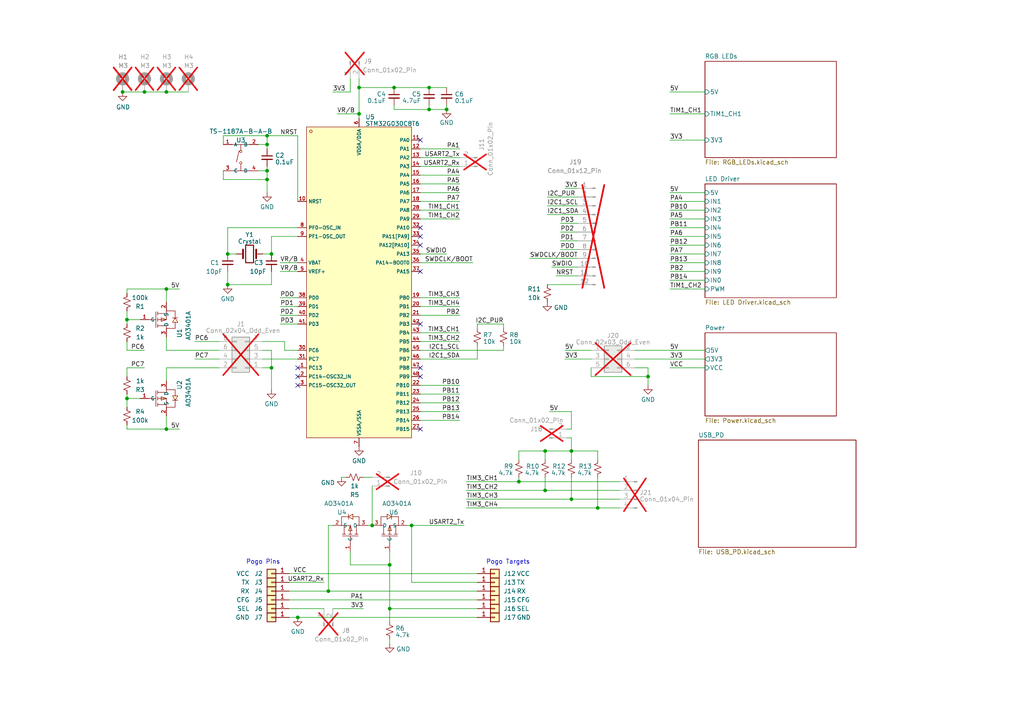
<source format=kicad_sch>
(kicad_sch (version 20230121) (generator eeschema)
  (paper "A4")
  (lib_symbols
    (symbol "Connector:Conn_01x02_Pin" (pin_names (offset 1.016) hide)
      (property "Reference" "J" (at 0 2.54 0))
      (property "Value" "Conn_01x02_Pin" (at 0 -5.08 0))
      (symbol "Conn_01x02_Pin_1_1"
        (pin passive line (at 5.08 0 180) (length 3.81) (name "Pin_1") (number "1"))
        (pin passive line (at 5.08 -2.54 180) (length 3.81) (name "Pin_2") (number "2"))
      )
    )
    (symbol "Connector:Conn_01x04_Pin" (pin_names (offset 1.016) hide)
      (property "Reference" "J" (at 0 5.08 0))
      (property "Value" "Conn_01x04_Pin" (at 0 -7.62 0))
      (symbol "Conn_01x04_Pin_1_1"
        (pin passive line (at 5.08 2.54 180) (length 3.81) (name "Pin_1") (number "1"))
        (pin passive line (at 5.08 0 180) (length 3.81) (name "Pin_2") (number "2"))
        (pin passive line (at 5.08 -2.54 180) (length 3.81) (name "Pin_3") (number "3"))
        (pin passive line (at 5.08 -5.08 180) (length 3.81) (name "Pin_4") (number "4"))
      )
    )
    (symbol "Connector:Conn_01x12_Pin" (pin_names (offset 1.016) hide)
      (property "Reference" "J" (at 0 15.24 0))
      (property "Value" "Conn_01x12_Pin" (at 0 -17.78 0))
      (symbol "Conn_01x12_Pin_1_1"
        (pin passive line (at 5.08 12.7 180) (length 3.81) (name "Pin_1") (number "1"))
        (pin passive line (at 5.08 -10.16 180) (length 3.81) (name "Pin_10") (number "10"))
        (pin passive line (at 5.08 -12.7 180) (length 3.81) (name "Pin_11") (number "11"))
        (pin passive line (at 5.08 -15.24 180) (length 3.81) (name "Pin_12") (number "12"))
        (pin passive line (at 5.08 10.16 180) (length 3.81) (name "Pin_2") (number "2"))
        (pin passive line (at 5.08 7.62 180) (length 3.81) (name "Pin_3") (number "3"))
        (pin passive line (at 5.08 5.08 180) (length 3.81) (name "Pin_4") (number "4"))
        (pin passive line (at 5.08 2.54 180) (length 3.81) (name "Pin_5") (number "5"))
        (pin passive line (at 5.08 0 180) (length 3.81) (name "Pin_6") (number "6"))
        (pin passive line (at 5.08 -2.54 180) (length 3.81) (name "Pin_7") (number "7"))
        (pin passive line (at 5.08 -5.08 180) (length 3.81) (name "Pin_8") (number "8"))
        (pin passive line (at 5.08 -7.62 180) (length 3.81) (name "Pin_9") (number "9"))
      )
    )
    (symbol "Connector_Generic:Conn_01x01" (pin_names (offset 1.016) hide)
      (property "Reference" "J" (at 0 2.54 0))
      (property "Value" "Conn_01x01" (at 0 -2.54 0))
      (symbol "Conn_01x01_1_1"
        (pin passive line (at -5.08 0 0) (length 3.81) (name "Pin_1") (number "1"))
      )
    )
    (symbol "Connector_Generic:Conn_02x03_Odd_Even" (pin_names (offset 1.016) hide)
      (property "Reference" "J" (at 1.27 5.08 0))
      (property "Value" "Conn_02x03_Odd_Even" (at 1.27 -5.08 0))
      (symbol "Conn_02x03_Odd_Even_1_1"
        (pin passive line (at -5.08 2.54 0) (length 3.81) (name "Pin_1") (number "1"))
        (pin passive line (at 7.62 2.54 180) (length 3.81) (name "Pin_2") (number "2"))
        (pin passive line (at -5.08 0 0) (length 3.81) (name "Pin_3") (number "3"))
        (pin passive line (at 7.62 0 180) (length 3.81) (name "Pin_4") (number "4"))
        (pin passive line (at -5.08 -2.54 0) (length 3.81) (name "Pin_5") (number "5"))
        (pin passive line (at 7.62 -2.54 180) (length 3.81) (name "Pin_6") (number "6"))
      )
    )
    (symbol "Connector_Generic:Conn_02x04_Odd_Even" (pin_names (offset 1.016) hide)
      (property "Reference" "J" (at 1.27 5.08 0))
      (property "Value" "Conn_02x04_Odd_Even" (at 1.27 -7.62 0))
      (symbol "Conn_02x04_Odd_Even_1_1"
        (pin passive line (at -5.08 2.54 0) (length 3.81) (name "Pin_1") (number "1"))
        (pin passive line (at 7.62 2.54 180) (length 3.81) (name "Pin_2") (number "2"))
        (pin passive line (at -5.08 0 0) (length 3.81) (name "Pin_3") (number "3"))
        (pin passive line (at 7.62 0 180) (length 3.81) (name "Pin_4") (number "4"))
        (pin passive line (at -5.08 -2.54 0) (length 3.81) (name "Pin_5") (number "5"))
        (pin passive line (at 7.62 -2.54 180) (length 3.81) (name "Pin_6") (number "6"))
        (pin passive line (at -5.08 -5.08 0) (length 3.81) (name "Pin_7") (number "7"))
        (pin passive line (at 7.62 -5.08 180) (length 3.81) (name "Pin_8") (number "8"))
      )
    )
    (symbol "Device:C_Small" (pin_numbers hide) (pin_names (offset 0.254) hide)
      (property "Reference" "C" (at 0.254 1.778 0))
      (property "Value" "C_Small" (at 0.254 -2.032 0))
      (symbol "C_Small_1_1"
        (pin passive line (at 0 2.54 270) (length 2.032) (name "~") (number "1"))
        (pin passive line (at 0 -2.54 90) (length 2.032) (name "~") (number "2"))
      )
    )
    (symbol "Device:Crystal" (pin_numbers hide) (pin_names (offset 1.016) hide)
      (property "Reference" "Y" (at 0 3.81 0))
      (property "Value" "Crystal" (at 0 -3.81 0))
      (symbol "Crystal_1_1"
        (pin passive line (at -3.81 0 0) (length 1.27) (name "1") (number "1"))
        (pin passive line (at 3.81 0 180) (length 1.27) (name "2") (number "2"))
      )
    )
    (symbol "Device:R_Small_US" (pin_numbers hide) (pin_names (offset 0.254) hide)
      (property "Reference" "R" (at 0.762 0.508 0))
      (property "Value" "R_Small_US" (at 0.762 -1.016 0))
      (symbol "R_Small_US_1_1"
        (pin passive line (at 0 2.54 270) (length 1.016) (name "~") (number "1"))
        (pin passive line (at 0 -2.54 90) (length 1.016) (name "~") (number "2"))
      )
    )
    (symbol "EEE4022S:AO3401A"
      (property "Reference" "U" (at 0 1.27 0))
      (property "Value" "AO3401A" (at 0 -2.54 0))
      (symbol "AO3401A_0_1"
        (pin unspecified line (at -5.08 0 0) (length 2.54) (name "G") (number "1"))
        (pin unspecified line (at 2.54 -5.08 90) (length 2.54) (name "S") (number "2"))
        (pin unspecified line (at 2.54 5.08 270) (length 2.54) (name "D") (number "3"))
      )
    )
    (symbol "EEE4022S:STM32G030C8T6"
      (property "Reference" "U1" (at 1.8209 48.603 0))
      (property "Value" "STM32G030C8T6" (at 1.8209 46.682 0))
      (symbol "STM32G030C8T6_0_1"
        (pin unspecified line (at -17.78 -24.13 0) (length 2.54) (name "PC13") (number "1"))
        (pin unspecified line (at -17.78 24.13 0) (length 2.54) (name "NRST") (number "10"))
        (pin unspecified line (at 17.78 41.91 180) (length 2.54) (name "PA0") (number "11"))
        (pin unspecified line (at 17.78 39.37 180) (length 2.54) (name "PA1") (number "12"))
        (pin unspecified line (at 17.78 36.83 180) (length 2.54) (name "PA2") (number "13"))
        (pin unspecified line (at 17.78 34.29 180) (length 2.54) (name "PA3") (number "14"))
        (pin unspecified line (at 17.78 31.75 180) (length 2.54) (name "PA4") (number "15"))
        (pin unspecified line (at 17.78 29.21 180) (length 2.54) (name "PA5") (number "16"))
        (pin unspecified line (at 17.78 26.67 180) (length 2.54) (name "PA6") (number "17"))
        (pin unspecified line (at 17.78 24.13 180) (length 2.54) (name "PA7") (number "18"))
        (pin unspecified line (at 17.78 -3.81 180) (length 2.54) (name "PB0") (number "19"))
        (pin unspecified line (at -17.78 -26.67 0) (length 2.54) (name "PC14-OSC32_IN") (number "2"))
        (pin unspecified line (at 17.78 -6.35 180) (length 2.54) (name "PB1") (number "20"))
        (pin unspecified line (at 17.78 -8.89 180) (length 2.54) (name "PB2") (number "21"))
        (pin unspecified line (at 17.78 -29.21 180) (length 2.54) (name "PB10") (number "22"))
        (pin unspecified line (at 17.78 -31.75 180) (length 2.54) (name "PB11") (number "23"))
        (pin unspecified line (at 17.78 -34.29 180) (length 2.54) (name "PB12") (number "24"))
        (pin unspecified line (at 17.78 -36.83 180) (length 2.54) (name "PB13") (number "25"))
        (pin unspecified line (at 17.78 -39.37 180) (length 2.54) (name "PB14") (number "26"))
        (pin unspecified line (at 17.78 -41.91 180) (length 2.54) (name "PB15") (number "27"))
        (pin unspecified line (at 17.78 21.59 180) (length 2.54) (name "PA8") (number "28"))
        (pin unspecified line (at 17.78 19.05 180) (length 2.54) (name "PA9") (number "29"))
        (pin unspecified line (at -17.78 -29.21 0) (length 2.54) (name "PC15-OSC32_OUT") (number "3"))
        (pin unspecified line (at -17.78 -19.05 0) (length 2.54) (name "PC6") (number "30"))
        (pin unspecified line (at -17.78 -21.59 0) (length 2.54) (name "PC7") (number "31"))
        (pin unspecified line (at 17.78 16.51 180) (length 2.54) (name "PA10") (number "32"))
        (pin unspecified line (at 17.78 13.97 180) (length 2.54) (name "PA11[PA9]") (number "33"))
        (pin unspecified line (at 17.78 11.43 180) (length 2.54) (name "PA12[PA10]") (number "34"))
        (pin unspecified line (at 17.78 8.89 180) (length 2.54) (name "PA13") (number "35"))
        (pin unspecified line (at 17.78 6.35 180) (length 2.54) (name "PA14-BOOT0") (number "36"))
        (pin unspecified line (at 17.78 3.81 180) (length 2.54) (name "PA15") (number "37"))
        (pin unspecified line (at -17.78 -3.81 0) (length 2.54) (name "PD0") (number "38"))
        (pin unspecified line (at -17.78 -6.35 0) (length 2.54) (name "PD1") (number "39"))
        (pin unspecified line (at -17.78 6.35 0) (length 2.54) (name "VBAT") (number "4"))
        (pin unspecified line (at -17.78 -8.89 0) (length 2.54) (name "PD2") (number "40"))
        (pin unspecified line (at -17.78 -11.43 0) (length 2.54) (name "PD3") (number "41"))
        (pin unspecified line (at 17.78 -11.43 180) (length 2.54) (name "PB3") (number "42"))
        (pin unspecified line (at 17.78 -13.97 180) (length 2.54) (name "PB4") (number "43"))
        (pin unspecified line (at 17.78 -16.51 180) (length 2.54) (name "PB5") (number "44"))
        (pin unspecified line (at 17.78 -19.05 180) (length 2.54) (name "PB6") (number "45"))
        (pin unspecified line (at 17.78 -21.59 180) (length 2.54) (name "PB7") (number "46"))
        (pin unspecified line (at 17.78 -24.13 180) (length 2.54) (name "PB8") (number "47"))
        (pin unspecified line (at 17.78 -26.67 180) (length 2.54) (name "PB9") (number "48"))
        (pin unspecified line (at -17.78 3.81 0) (length 2.54) (name "VREF+") (number "5"))
        (pin unspecified line (at 0 48.26 270) (length 2.54) (name "VDDA/DDA") (number "6"))
        (pin unspecified line (at 0 -46.99 90) (length 2.54) (name "VSSA/SSA") (number "7"))
        (pin unspecified line (at -17.78 16.51 0) (length 2.54) (name "PF0-OSC_IN") (number "8"))
        (pin unspecified line (at -17.78 13.97 0) (length 2.54) (name "PF1-OSC_OUT") (number "9"))
      )
    )
    (symbol "EEE4022S:TS-1187A-B-A-B"
      (property "Reference" "U" (at 0 1.27 0))
      (property "Value" "TS-1187A-B-A-B" (at 0 -2.54 0))
      (symbol "TS-1187A-B-A-B_0_1"
        (pin unspecified line (at -5.08 2.54 0) (length 2.54) (name "A") (number "1"))
        (pin unspecified line (at 5.08 2.54 180) (length 2.54) (name "B") (number "2"))
        (pin unspecified line (at -5.08 -5.08 0) (length 2.54) (name "C") (number "3"))
        (pin unspecified line (at 5.08 -5.08 180) (length 2.54) (name "D") (number "4"))
      )
    )
    (symbol "Mechanical:MountingHole_Pad" (pin_numbers hide) (pin_names (offset 1.016) hide)
      (property "Reference" "H" (at 0 6.35 0))
      (property "Value" "MountingHole_Pad" (at 0 4.445 0))
      (symbol "MountingHole_Pad_1_1"
        (pin input line (at 0 -2.54 90) (length 2.54) (name "1") (number "1"))
      )
    )
    (symbol "power:GND" (power) (pin_names (offset 0))
      (property "Value" "GND" (at 0 -3.81 0))
      (symbol "GND_1_1"
        (pin power_in line (at 0 0 270) (length 0) hide (name "GND") (number "1"))
      )
    )
  )
  (junction (at 113.03 176.53))
  (junction (at 107.95 152.4))
  (junction (at 158.115 142.24))
  (junction (at 124.46 25.4))
  (junction (at 165.735 130.81))
  (junction (at 119.38 152.4))
  (junction (at 150.495 139.7))
  (junction (at 78.74 106.68))
  (junction (at 187.96 109.22))
  (junction (at 78.74 73.66))
  (junction (at 114.3 25.4))
  (junction (at 95.25 171.45))
  (junction (at 48.26 83.82))
  (junction (at 35.56 26.67))
  (junction (at 48.26 26.67))
  (junction (at 129.54 31.75))
  (junction (at 158.115 130.81))
  (junction (at 173.355 147.32))
  (junction (at 77.47 41.91))
  (junction (at 104.14 25.4))
  (junction (at 86.36 179.07))
  (junction (at 36.83 92.71))
  (junction (at 36.83 115.57))
  (junction (at 48.26 124.46))
  (junction (at 41.91 26.67))
  (junction (at 77.47 52.07))
  (junction (at 66.04 82.55))
  (junction (at 77.47 49.53))
  (junction (at 66.04 73.66))
  (junction (at 77.47 39.37))
  (junction (at 104.14 33.02))
  (junction (at 113.03 163.83))
  (junction (at 124.46 31.75))
  (junction (at 165.735 144.78))
  (no_connect (at 121.92 71.12))
  (no_connect (at 86.36 111.76))
  (no_connect (at 86.36 106.68))
  (no_connect (at 121.92 68.58))
  (no_connect (at 121.92 109.22))
  (no_connect (at 86.36 109.22))
  (no_connect (at 121.92 124.46))
  (no_connect (at 121.92 93.98))
  (no_connect (at 121.92 66.04))
  (no_connect (at 121.92 106.68))
  (no_connect (at 121.92 78.74))
  (no_connect (at 121.92 40.64))
  (wire (pts (xy 48.26 83.82) (xy 48.26 87.63)))
  (wire (pts (xy 121.92 45.72) (xy 133.35 45.72)))
  (wire (pts (xy 158.115 138.43) (xy 158.115 142.24)))
  (wire (pts (xy 194.31 71.12) (xy 204.47 71.12)))
  (wire (pts (xy 121.92 119.38) (xy 133.35 119.38)))
  (wire (pts (xy 83.82 166.37) (xy 138.43 166.37)))
  (wire (pts (xy 83.82 176.53) (xy 93.98 176.53)))
  (wire (pts (xy 165.735 138.43) (xy 165.735 144.78)))
  (wire (pts (xy 138.43 93.98) (xy 146.05 93.98)))
  (wire (pts (xy 66.04 78.74) (xy 66.04 82.55)))
  (wire (pts (xy 82.55 99.06) (xy 76.2 99.06)))
  (wire (pts (xy 121.92 76.2) (xy 137.16 76.2)))
  (wire (pts (xy 121.92 50.8) (xy 133.35 50.8)))
  (wire (pts (xy 121.92 116.84) (xy 133.35 116.84)))
  (wire (pts (xy 36.83 93.98) (xy 36.83 92.71)))
  (wire (pts (xy 158.115 130.81) (xy 158.115 133.35)))
  (wire (pts (xy 64.77 39.37) (xy 64.77 41.91)))
  (wire (pts (xy 187.96 109.22) (xy 187.96 106.68)))
  (wire (pts (xy 163.83 104.14) (xy 171.45 104.14)))
  (wire (pts (xy 194.31 68.58) (xy 204.47 68.58)))
  (wire (pts (xy 74.93 41.91) (xy 77.47 41.91)))
  (wire (pts (xy 48.26 97.79) (xy 48.26 101.6)))
  (wire (pts (xy 158.75 57.15) (xy 167.64 57.15)))
  (wire (pts (xy 86.36 179.07) (xy 138.43 179.07)))
  (wire (pts (xy 165.735 127) (xy 165.735 130.81)))
  (wire (pts (xy 83.82 168.91) (xy 93.98 168.91)))
  (wire (pts (xy 78.74 68.58) (xy 86.36 68.58)))
  (wire (pts (xy 48.26 101.6) (xy 63.5 101.6)))
  (wire (pts (xy 78.74 101.6) (xy 76.2 101.6)))
  (wire (pts (xy 160.02 77.47) (xy 167.64 77.47)))
  (wire (pts (xy 194.31 26.67) (xy 204.47 26.67)))
  (wire (pts (xy 101.6 26.67) (xy 101.6 22.86)))
  (wire (pts (xy 194.31 66.04) (xy 204.47 66.04)))
  (wire (pts (xy 121.92 60.96) (xy 133.35 60.96)))
  (wire (pts (xy 173.355 147.32) (xy 179.705 147.32)))
  (wire (pts (xy 41.91 26.67) (xy 48.26 26.67)))
  (wire (pts (xy 146.05 100.33) (xy 146.05 101.6)))
  (wire (pts (xy 36.83 83.82) (xy 36.83 85.09)))
  (wire (pts (xy 165.735 127) (xy 164.465 127)))
  (wire (pts (xy 138.43 93.98) (xy 138.43 95.25)))
  (wire (pts (xy 119.38 152.4) (xy 119.38 168.91)))
  (wire (pts (xy 121.92 99.06) (xy 133.35 99.06)))
  (wire (pts (xy 171.45 109.22) (xy 187.96 109.22)))
  (wire (pts (xy 96.52 26.67) (xy 101.6 26.67)))
  (wire (pts (xy 95.25 152.4) (xy 95.25 171.45)))
  (wire (pts (xy 35.56 26.67) (xy 41.91 26.67)))
  (wire (pts (xy 204.47 106.68) (xy 194.31 106.68)))
  (wire (pts (xy 83.82 171.45) (xy 95.25 171.45)))
  (wire (pts (xy 121.92 63.5) (xy 133.35 63.5)))
  (wire (pts (xy 121.92 55.88) (xy 133.35 55.88)))
  (wire (pts (xy 104.14 25.4) (xy 104.14 33.02)))
  (wire (pts (xy 76.2 73.66) (xy 78.74 73.66)))
  (wire (pts (xy 77.47 43.18) (xy 77.47 41.91)))
  (wire (pts (xy 86.36 39.37) (xy 86.36 58.42)))
  (wire (pts (xy 77.47 39.37) (xy 64.77 39.37)))
  (wire (pts (xy 184.15 104.14) (xy 204.47 104.14)))
  (wire (pts (xy 133.35 88.9) (xy 121.92 88.9)))
  (wire (pts (xy 194.31 83.82) (xy 204.47 83.82)))
  (wire (pts (xy 138.43 100.33) (xy 138.43 104.14)))
  (wire (pts (xy 52.07 124.46) (xy 48.26 124.46)))
  (wire (pts (xy 162.56 67.31) (xy 167.64 67.31)))
  (wire (pts (xy 135.255 142.24) (xy 158.115 142.24)))
  (wire (pts (xy 96.52 176.53) (xy 105.41 176.53)))
  (wire (pts (xy 40.64 115.57) (xy 36.83 115.57)))
  (wire (pts (xy 135.255 147.32) (xy 173.355 147.32)))
  (wire (pts (xy 48.26 124.46) (xy 48.26 120.65)))
  (wire (pts (xy 165.735 119.38) (xy 165.735 124.46)))
  (wire (pts (xy 165.735 130.81) (xy 165.735 133.35)))
  (wire (pts (xy 78.74 78.74) (xy 78.74 82.55)))
  (wire (pts (xy 150.495 133.35) (xy 150.495 130.81)))
  (wire (pts (xy 40.64 92.71) (xy 36.83 92.71)))
  (wire (pts (xy 121.92 96.52) (xy 133.35 96.52)))
  (wire (pts (xy 119.38 152.4) (xy 118.11 152.4)))
  (wire (pts (xy 119.38 168.91) (xy 138.43 168.91)))
  (wire (pts (xy 107.95 138.43) (xy 105.41 138.43)))
  (wire (pts (xy 163.83 101.6) (xy 171.45 101.6)))
  (wire (pts (xy 158.115 130.81) (xy 165.735 130.81)))
  (wire (pts (xy 104.14 22.86) (xy 104.14 25.4)))
  (wire (pts (xy 114.3 25.4) (xy 124.46 25.4)))
  (wire (pts (xy 173.355 138.43) (xy 173.355 147.32)))
  (wire (pts (xy 165.735 124.46) (xy 164.465 124.46)))
  (wire (pts (xy 158.75 59.69) (xy 167.64 59.69)))
  (wire (pts (xy 150.495 138.43) (xy 150.495 139.7)))
  (wire (pts (xy 158.115 142.24) (xy 179.705 142.24)))
  (wire (pts (xy 121.92 86.36) (xy 133.35 86.36)))
  (wire (pts (xy 187.96 111.76) (xy 187.96 109.22)))
  (wire (pts (xy 81.28 88.9) (xy 86.36 88.9)))
  (wire (pts (xy 64.77 49.53) (xy 64.77 52.07)))
  (wire (pts (xy 162.56 64.77) (xy 167.64 64.77)))
  (wire (pts (xy 83.82 179.07) (xy 86.36 179.07)))
  (wire (pts (xy 97.79 33.02) (xy 104.14 33.02)))
  (wire (pts (xy 78.74 113.03) (xy 78.74 106.68)))
  (wire (pts (xy 121.92 43.18) (xy 133.35 43.18)))
  (wire (pts (xy 134.62 152.4) (xy 119.38 152.4)))
  (wire (pts (xy 150.495 130.81) (xy 158.115 130.81)))
  (wire (pts (xy 36.83 90.17) (xy 36.83 92.71)))
  (wire (pts (xy 36.83 114.3) (xy 36.83 115.57)))
  (wire (pts (xy 77.47 52.07) (xy 77.47 55.88)))
  (wire (pts (xy 66.04 66.04) (xy 66.04 73.66)))
  (wire (pts (xy 173.355 130.81) (xy 173.355 133.35)))
  (wire (pts (xy 194.31 58.42) (xy 204.47 58.42)))
  (wire (pts (xy 56.515 104.14) (xy 63.5 104.14)))
  (wire (pts (xy 48.26 106.68) (xy 63.5 106.68)))
  (wire (pts (xy 78.74 73.66) (xy 78.74 68.58)))
  (wire (pts (xy 82.55 101.6) (xy 82.55 99.06)))
  (wire (pts (xy 74.93 49.53) (xy 77.47 49.53)))
  (wire (pts (xy 135.255 144.78) (xy 165.735 144.78)))
  (wire (pts (xy 56.515 99.06) (xy 63.5 99.06)))
  (wire (pts (xy 129.54 30.48) (xy 129.54 31.75)))
  (wire (pts (xy 162.56 69.85) (xy 167.64 69.85)))
  (wire (pts (xy 95.25 152.4) (xy 96.52 152.4)))
  (wire (pts (xy 76.2 104.14) (xy 86.36 104.14)))
  (wire (pts (xy 104.14 33.02) (xy 104.14 34.29)))
  (wire (pts (xy 52.07 83.82) (xy 48.26 83.82)))
  (wire (pts (xy 113.03 163.83) (xy 101.6 163.83)))
  (wire (pts (xy 48.26 83.82) (xy 36.83 83.82)))
  (wire (pts (xy 48.26 110.49) (xy 48.26 106.68)))
  (wire (pts (xy 184.15 101.6) (xy 204.47 101.6)))
  (wire (pts (xy 121.92 111.76) (xy 133.35 111.76)))
  (wire (pts (xy 194.31 78.74) (xy 204.47 78.74)))
  (wire (pts (xy 36.83 109.22) (xy 36.83 106.68)))
  (wire (pts (xy 171.45 106.68) (xy 171.45 109.22)))
  (wire (pts (xy 150.495 139.7) (xy 179.705 139.7)))
  (wire (pts (xy 135.255 139.7) (xy 150.495 139.7)))
  (wire (pts (xy 121.92 58.42) (xy 133.35 58.42)))
  (wire (pts (xy 36.83 106.68) (xy 41.91 106.68)))
  (wire (pts (xy 194.31 55.88) (xy 204.47 55.88)))
  (wire (pts (xy 86.36 93.98) (xy 81.28 93.98)))
  (wire (pts (xy 158.75 62.23) (xy 167.64 62.23)))
  (wire (pts (xy 158.75 82.55) (xy 167.64 82.55)))
  (wire (pts (xy 114.3 30.48) (xy 114.3 31.75)))
  (wire (pts (xy 194.31 60.96) (xy 204.47 60.96)))
  (wire (pts (xy 165.735 130.81) (xy 173.355 130.81)))
  (wire (pts (xy 165.735 144.78) (xy 179.705 144.78)))
  (wire (pts (xy 107.95 140.97) (xy 107.95 152.4)))
  (wire (pts (xy 113.03 176.53) (xy 113.03 180.34)))
  (wire (pts (xy 78.74 106.68) (xy 78.74 101.6)))
  (wire (pts (xy 121.92 91.44) (xy 133.35 91.44)))
  (wire (pts (xy 81.28 76.2) (xy 86.36 76.2)))
  (wire (pts (xy 81.28 86.36) (xy 86.36 86.36)))
  (wire (pts (xy 86.36 101.6) (xy 82.55 101.6)))
  (wire (pts (xy 194.31 76.2) (xy 204.47 76.2)))
  (wire (pts (xy 194.31 63.5) (xy 204.47 63.5)))
  (wire (pts (xy 194.31 73.66) (xy 204.47 73.66)))
  (wire (pts (xy 48.26 26.67) (xy 54.61 26.67)))
  (wire (pts (xy 113.03 176.53) (xy 138.43 176.53)))
  (wire (pts (xy 64.77 52.07) (xy 77.47 52.07)))
  (wire (pts (xy 77.47 39.37) (xy 86.36 39.37)))
  (wire (pts (xy 153.67 74.93) (xy 167.64 74.93)))
  (wire (pts (xy 159.385 119.38) (xy 165.735 119.38)))
  (wire (pts (xy 66.04 82.55) (xy 78.74 82.55)))
  (wire (pts (xy 121.92 101.6) (xy 146.05 101.6)))
  (wire (pts (xy 113.03 163.83) (xy 113.03 160.02)))
  (wire (pts (xy 66.04 73.66) (xy 68.58 73.66)))
  (wire (pts (xy 77.47 39.37) (xy 77.47 41.91)))
  (wire (pts (xy 36.83 124.46) (xy 36.83 123.19)))
  (wire (pts (xy 101.6 163.83) (xy 101.6 160.02)))
  (wire (pts (xy 36.83 101.6) (xy 36.83 99.06)))
  (wire (pts (xy 95.25 171.45) (xy 138.43 171.45)))
  (wire (pts (xy 163.83 54.61) (xy 167.64 54.61)))
  (wire (pts (xy 194.31 81.28) (xy 204.47 81.28)))
  (wire (pts (xy 161.29 80.01) (xy 167.64 80.01)))
  (wire (pts (xy 113.03 176.53) (xy 113.03 163.83)))
  (wire (pts (xy 86.36 66.04) (xy 66.04 66.04)))
  (wire (pts (xy 114.3 31.75) (xy 124.46 31.75)))
  (wire (pts (xy 167.64 72.39) (xy 162.56 72.39)))
  (wire (pts (xy 194.31 33.02) (xy 204.47 33.02)))
  (wire (pts (xy 121.92 73.66) (xy 129.54 73.66)))
  (wire (pts (xy 121.92 53.34) (xy 133.35 53.34)))
  (wire (pts (xy 81.28 91.44) (xy 86.36 91.44)))
  (wire (pts (xy 121.92 104.14) (xy 138.43 104.14)))
  (wire (pts (xy 121.92 114.3) (xy 133.35 114.3)))
  (wire (pts (xy 36.83 101.6) (xy 41.91 101.6)))
  (wire (pts (xy 83.82 173.99) (xy 138.43 173.99)))
  (wire (pts (xy 78.74 106.68) (xy 76.2 106.68)))
  (wire (pts (xy 124.46 25.4) (xy 129.54 25.4)))
  (wire (pts (xy 48.26 124.46) (xy 36.83 124.46)))
  (wire (pts (xy 194.31 40.64) (xy 204.47 40.64)))
  (wire (pts (xy 124.46 30.48) (xy 124.46 31.75)))
  (wire (pts (xy 81.28 78.74) (xy 86.36 78.74)))
  (wire (pts (xy 100.33 138.43) (xy 99.06 138.43)))
  (wire (pts (xy 77.47 48.26) (xy 77.47 49.53)))
  (wire (pts (xy 121.92 121.92) (xy 133.35 121.92)))
  (wire (pts (xy 36.83 118.11) (xy 36.83 115.57)))
  (wire (pts (xy 146.05 93.98) (xy 146.05 95.25)))
  (wire (pts (xy 121.92 48.26) (xy 133.35 48.26)))
  (wire (pts (xy 129.54 31.75) (xy 124.46 31.75)))
  (wire (pts (xy 113.03 185.42) (xy 113.03 186.69)))
  (wire (pts (xy 184.15 106.68) (xy 187.96 106.68)))
  (wire (pts (xy 104.14 25.4) (xy 114.3 25.4)))
  (wire (pts (xy 77.47 49.53) (xy 77.47 52.07)))
  (wire (pts (xy 106.68 152.4) (xy 107.95 152.4)))
  (text "Pogo Pins" (at 81.28 163.83 0) (effects (font (size 1.27 1.27)) (justify right bottom)))
  (text "Pogo Targets" (at 140.97 163.83 0) (effects (font (size 1.27 1.27)) (justify left bottom)))
  (label "USART2_Rx" (at 93.98 168.91 180))
  (label "PB2" (at 133.35 91.44 180))
  (label "PDO" (at 162.56 72.39 0))
  (label "NRST" (at 161.29 80.01 0))
  (label "VCC" (at 88.9 166.37 180))
  (label "PD3" (at 162.56 64.77 0))
  (label "VCC" (at 194.31 106.68 0))
  (label "TIM3_CH2" (at 133.35 99.06 180))
  (label "PD2" (at 162.56 67.31 0))
  (label "PB13" (at 194.31 76.2 0))
  (label "5V" (at 52.07 124.46 180))
  (label "PD2" (at 81.28 91.44 0))
  (label "PA4" (at 133.35 50.8 180))
  (label "3V3" (at 163.83 54.61 0))
  (label "PB11" (at 133.35 114.3 180))
  (label "SWDIO" (at 160.02 77.47 0))
  (label "5V" (at 194.31 26.67 0))
  (label "TIM3_CH3" (at 133.35 86.36 180))
  (label "PB12" (at 133.35 116.84 180))
  (label "PD1" (at 162.56 69.85 0))
  (label "TIM1_CH2" (at 194.31 83.82 0))
  (label "SWDCLK{slash}BOOT" (at 137.16 76.2 180))
  (label "PDO" (at 81.28 86.36 0))
  (label "VR{slash}B" (at 81.28 76.2 0))
  (label "PA5" (at 133.35 53.34 180))
  (label "SWDIO" (at 129.54 73.66 180))
  (label "PA4" (at 194.31 58.42 0))
  (label "PD1" (at 81.28 88.9 0))
  (label "USART2_Tx" (at 134.62 152.4 180))
  (label "5V" (at 194.31 55.88 0))
  (label "TIM3_CH4" (at 133.35 88.9 180))
  (label "I2C1_SCL" (at 158.75 59.69 0))
  (label "PB11" (at 194.31 66.04 0))
  (label "PA5" (at 194.31 63.5 0))
  (label "5V" (at 52.07 83.82 180))
  (label "I2C1_SDA" (at 158.75 62.23 0))
  (label "PB12" (at 194.31 71.12 0))
  (label "PB10" (at 133.35 111.76 180))
  (label "PC7" (at 56.515 104.14 0))
  (label "TIM3_CH2" (at 135.255 142.24 0))
  (label "PB14" (at 194.31 81.28 0))
  (label "TIM3_CH4" (at 135.255 147.32 0))
  (label "5V" (at 159.385 119.38 0))
  (label "5V" (at 194.31 101.6 0))
  (label "PA1" (at 133.35 43.18 180))
  (label "I2C_PUR" (at 146.05 93.98 180))
  (label "VR{slash}B" (at 97.79 33.02 0))
  (label "USART2_Tx" (at 133.35 45.72 180))
  (label "3V3" (at 163.83 104.14 0))
  (label "PA6" (at 133.35 55.88 180))
  (label "PC6" (at 56.515 99.06 0))
  (label "3V3" (at 96.52 26.67 0))
  (label "TIM1_CH2" (at 133.35 63.5 180))
  (label "PA1" (at 105.41 173.99 180))
  (label "PB10" (at 194.31 60.96 0))
  (label "TIM1_CH1" (at 194.31 33.02 0))
  (label "PA7" (at 133.35 58.42 180))
  (label "TIM3_CH1" (at 135.255 139.7 0))
  (label "PB2" (at 194.31 78.74 0))
  (label "I2C1_SDA" (at 133.35 104.14 180))
  (label "TIM3_CH3" (at 135.255 144.78 0))
  (label "PA6" (at 194.31 68.58 0))
  (label "PD3" (at 81.28 93.98 0))
  (label "USART2_Rx" (at 133.35 48.26 180))
  (label "PC7" (at 41.91 106.68 180))
  (label "3V3" (at 105.41 176.53 180))
  (label "SWDCLK{slash}BOOT" (at 153.67 74.93 0))
  (label "5V" (at 163.83 101.6 0))
  (label "PB13" (at 133.35 119.38 180))
  (label "TIM1_CH1" (at 133.35 60.96 180))
  (label "PC6" (at 41.91 101.6 180))
  (label "NRST" (at 81.28 39.37 0))
  (label "3V3" (at 194.31 104.14 0))
  (label "PB14" (at 133.35 121.92 180))
  (label "I2C1_SCL" (at 133.35 101.6 180))
  (label "I2C_PUR" (at 158.75 57.15 0))
  (label "3V3" (at 194.31 40.64 0))
  (label "PA7" (at 194.31 73.66 0))
  (label "TIM3_CH1" (at 133.35 96.52 180))
  (label "VR{slash}B" (at 81.28 78.74 0))
  (symbol (lib_id "Device:C_Small") (at 77.47 45.72 0) (unit 1)
    (property "Reference" "C2" (at 79.7941 45.0826 0) (effects (justify left)))
    (property "Value" "0.1uF" (at 79.7941 47.0036 0) (effects (justify left)))
    (property "Footprint" "Library:C_0402_1005Metric" (effects hide))
    (property "Datasheet" "https://wmsc.lcsc.com/wmsc/upload/file/pdf/v2/lcsc/2304140030_Samsung-Electro-Mechanics-CL05B104KO5NNNC_C1525.pdf" (effects hide))
    (property "LCSC" "C1525" (effects hide))
  )
  (symbol (lib_id "Connector_Generic:Conn_01x01") (at 78.74 176.53 0) (mirror y) (unit 1)
    (property "Reference" "J6" (at 76.2 176.53 0) (effects (justify left)))
    (property "Value" "SEL" (at 72.39 176.53 0) (effects (justify left)))
    (property "Footprint" "Library:CONN-SMD_YZF0002-38080-02" (effects hide))
    (property "Datasheet" "https://www.lcsc.com/datasheet/lcsc_datasheet_2210191430_Xinyangze-YZF0002-38080-02_C5203987.pdf" (effects hide))
    (property "LCSC" "C5203987" (effects hide))
  )
  (symbol (lib_id "power:GND") (at 35.56 26.67 0) (unit 1)
    (property "Reference" "#PWR01" (effects hide))
    (property "Value" "GND" (at 35.687 31.0642 0))
  )
  (symbol (lib_id "power:GND") (at 77.47 55.88 0) (unit 1)
    (property "Reference" "#PWR03" (effects hide))
    (property "Value" "GND" (at 77.47 60.0155 0))
  )
  (symbol (lib_id "Connector_Generic:Conn_02x04_Odd_Even") (at 71.12 104.14 180) (unit 1) (in_bom no) (dnp yes)
    (property "Reference" "J1" (at 69.85 93.98 0))
    (property "Value" "Conn_02x04_Odd_Even" (at 70.485 95.885 0))
    (property "Footprint" "Connector_PinHeader_2.54mm:PinHeader_2x04_P2.54mm_Vertical" (effects hide))
  )
  (symbol (lib_id "Device:Crystal") (at 72.39 73.66 0) (unit 1)
    (property "Reference" "Y1" (at 72.39 68.0847 0))
    (property "Value" "Crystal" (at 72.39 70.0057 0))
    (property "Footprint" "Library:CRYSTAL-SMD_L11.5-W4.8-LS12.7" (effects hide))
    (property "LCSC" "C12674" (effects hide))
  )
  (symbol (lib_id "Connector_Generic:Conn_01x01") (at 143.51 176.53 0) (unit 1)
    (property "Reference" "J16" (at 146.05 176.53 0) (effects (justify left)))
    (property "Value" "SEL" (at 149.86 176.53 0) (effects (justify left)))
    (property "Footprint" "Library:CONN-SMD_YZF0002-38080-02" (effects hide))
    (property "Datasheet" "https://www.lcsc.com/datasheet/lcsc_datasheet_2210191430_Xinyangze-YZF0002-38080-02_C5203987.pdf" (effects hide))
    (property "LCSC" "C5203987" (effects hide))
  )
  (symbol (lib_id "power:GND") (at 104.14 129.54 0) (unit 1)
    (property "Reference" "#PWR07" (effects hide))
    (property "Value" "GND" (at 104.14 133.6755 0))
  )
  (symbol (lib_id "power:GND") (at 86.36 179.07 0) (unit 1)
    (property "Reference" "#PWR05" (effects hide))
    (property "Value" "GND" (at 86.36 183.2055 0))
  )
  (symbol (lib_id "EEE4022S:AO3401A") (at 45.72 115.57 0) (unit 1)
    (property "Reference" "U2" (at 52.07 113.03 90) (effects (justify left)))
    (property "Value" "AO3401A" (at 54.61 118.11 90) (effects (justify left)))
    (property "Footprint" "Library:SOT-23_L2.9-W1.3-P1.90-LS2.4-BR" (effects hide))
    (property "Datasheet" "https://wmsc.lcsc.com/wmsc/upload/file/pdf/v2/lcsc/1810171817_Alpha---Omega-Semicon-AO3401A_C15127.pdf" (effects hide))
    (property "LCSC" "C15127" (effects hide))
  )
  (symbol (lib_id "Connector_Generic:Conn_01x01") (at 78.74 173.99 0) (mirror y) (unit 1)
    (property "Reference" "J5" (at 76.2 173.99 0) (effects (justify left)))
    (property "Value" "CFG" (at 72.39 173.99 0) (effects (justify left)))
    (property "Footprint" "Library:CONN-SMD_YZF0002-38080-02" (effects hide))
    (property "Datasheet" "https://www.lcsc.com/datasheet/lcsc_datasheet_2210191430_Xinyangze-YZF0002-38080-02_C5203987.pdf" (effects hide))
    (property "LCSC" "C5203987" (effects hide))
  )
  (symbol (lib_id "Device:C_Small") (at 124.46 27.94 0) (mirror y) (unit 1)
    (property "Reference" "C5" (at 122.1359 27.3026 0) (effects (justify left)))
    (property "Value" "4.7uF" (at 122.1359 29.2236 0) (effects (justify left)))
    (property "Footprint" "Library:C_0402_1005Metric" (effects hide))
    (property "LCSC" "C23733" (effects hide))
  )
  (symbol (lib_id "power:GND") (at 78.74 113.03 0) (unit 1)
    (property "Reference" "#PWR04" (effects hide))
    (property "Value" "GND" (at 78.74 117.1655 0))
  )
  (symbol (lib_id "Connector_Generic:Conn_01x01") (at 78.74 166.37 0) (mirror y) (unit 1)
    (property "Reference" "J2" (at 76.2 166.37 0) (effects (justify left)))
    (property "Value" "VCC" (at 72.39 166.37 0) (effects (justify left)))
    (property "Footprint" "Library:CONN-SMD_YZF0002-38080-02" (effects hide))
    (property "Datasheet" "https://www.lcsc.com/datasheet/lcsc_datasheet_2210191430_Xinyangze-YZF0002-38080-02_C5203987.pdf" (effects hide))
    (property "LCSC" "C5203987" (effects hide))
  )
  (symbol (lib_id "EEE4022S:STM32G030C8T6") (at 104.14 82.55 0) (unit 1)
    (property "Reference" "U5" (at 105.9609 33.947 0) (effects (justify left)))
    (property "Value" "STM32G030C8T6" (at 105.9609 35.868 0) (effects (justify left)))
    (property "Footprint" "Library:LQFP-48_L7.0-W7.0-P0.50-LS9.0-BL_1" (effects hide))
    (property "Datasheet" "https://wmsc.lcsc.com/wmsc/upload/file/pdf/v2/lcsc/2304140030_STMicroelectronics-STM32G030C8T6_C529329.pdf" (effects hide))
    (property "LCSC" "C529329" (effects hide))
  )
  (symbol (lib_id "Connector_Generic:Conn_02x03_Odd_Even") (at 176.53 104.14 0) (unit 1) (in_bom no) (dnp yes)
    (property "Reference" "J20" (at 177.8 97.3201 0))
    (property "Value" "Conn_02x03_Odd_Even" (at 177.8 99.2411 0))
    (property "Footprint" "Connector_PinHeader_2.54mm:PinHeader_2x03_P2.54mm_Vertical" (effects hide))
  )
  (symbol (lib_id "Device:R_Small_US") (at 113.03 182.88 0) (unit 1)
    (property "Reference" "R6" (at 114.681 182.2363 0) (effects (justify left)))
    (property "Value" "4.7k" (at 114.681 184.1573 0) (effects (justify left)))
    (property "Footprint" "Resistor_SMD:R_0805_2012Metric" (effects hide))
    (property "LCSC" "C17673" (effects hide))
  )
  (symbol (lib_id "EEE4022S:TS-1187A-B-A-B") (at 69.85 44.45 0) (unit 1)
    (property "Reference" "U3" (at 69.85 40.64 0))
    (property "Value" "TS-1187A-B-A-B" (at 69.85 38.1 0))
    (property "Footprint" "Library:SW-SMD_4P-L5.1-W5.1-P3.70-LS6.5-TL-2" (effects hide))
    (property "Datasheet" "https://item.szlcsc.com/300285.html" (effects hide))
    (property "LCSC" "C318884" (effects hide))
  )
  (symbol (lib_id "Device:C_Small") (at 78.74 76.2 0) (unit 1)
    (property "Reference" "C3" (at 73.66 76.2 0) (effects (justify left)))
    (property "Value" "10pF" (at 72.39 78.74 0) (effects (justify left)))
    (property "Footprint" "Library:C_0402_1005Metric" (effects hide))
    (property "Datasheet" "https://wmsc.lcsc.com/wmsc/upload/file/pdf/v2/lcsc/2304140030_Samsung-Electro-Mechanics-CL05B104KO5NNNC_C1525.pdf" (effects hide))
    (property "LCSC" "C32949" (effects hide))
  )
  (symbol (lib_id "Connector_Generic:Conn_01x01") (at 143.51 173.99 0) (unit 1)
    (property "Reference" "J15" (at 146.05 173.99 0) (effects (justify left)))
    (property "Value" "CFG" (at 149.86 173.99 0) (effects (justify left)))
    (property "Footprint" "Library:CONN-SMD_YZF0002-38080-02" (effects hide))
    (property "Datasheet" "https://www.lcsc.com/datasheet/lcsc_datasheet_2210191430_Xinyangze-YZF0002-38080-02_C5203987.pdf" (effects hide))
    (property "LCSC" "C5203987" (effects hide))
  )
  (symbol (lib_id "power:GND") (at 129.54 31.75 0) (mirror y) (unit 1)
    (property "Reference" "#PWR09" (effects hide))
    (property "Value" "GND" (at 129.54 35.56 0))
  )
  (symbol (lib_id "Connector:Conn_01x02_Pin") (at 113.03 140.97 180) (unit 1) (in_bom no) (dnp yes)
    (property "Reference" "J10" (at 120.65 137.16 0))
    (property "Value" "Conn_01x02_Pin" (at 121.92 139.7 0))
    (property "Footprint" "Connector_PinHeader_2.54mm:PinHeader_1x02_P2.54mm_Vertical" (effects hide))
  )
  (symbol (lib_id "Device:R_Small_US") (at 36.83 87.63 0) (mirror y) (unit 1)
    (property "Reference" "R1" (at 40.64 88.9 0))
    (property "Value" "100k" (at 40.64 86.36 0))
    (property "Footprint" "Library:R_0402_1005Metric_Pad0.72x0.64mm_HandSolder" (effects hide))
    (property "LCSC" "C25741" (effects hide))
  )
  (symbol (lib_id "Device:R_Small_US") (at 158.115 135.89 0) (mirror y) (unit 1)
    (property "Reference" "R10" (at 156.464 135.2463 0) (effects (justify left)))
    (property "Value" "4.7k" (at 156.464 137.1673 0) (effects (justify left)))
    (property "Footprint" "Resistor_SMD:R_0805_2012Metric" (effects hide))
    (property "LCSC" "C17673" (effects hide))
  )
  (symbol (lib_id "Mechanical:MountingHole_Pad") (at 41.91 24.13 0) (unit 1) (in_bom no) (dnp yes)
    (property "Reference" "H2" (at 40.64 16.51 0) (effects (justify left)))
    (property "Value" "M3" (at 40.64 19.05 0) (effects (justify left)))
    (property "Footprint" "Library:MountingHole_3.2mm_M3_Pad_TopBottom" (effects hide))
  )
  (symbol (lib_id "Mechanical:MountingHole_Pad") (at 54.61 24.13 0) (unit 1) (in_bom no) (dnp yes)
    (property "Reference" "H4" (at 53.34 16.51 0) (effects (justify left)))
    (property "Value" "M3" (at 53.34 19.05 0) (effects (justify left)))
    (property "Footprint" "Library:MountingHole_3.2mm_M3_Pad_TopBottom" (effects hide))
  )
  (symbol (lib_id "Connector_Generic:Conn_01x01") (at 143.51 171.45 0) (unit 1)
    (property "Reference" "J14" (at 146.05 171.45 0) (effects (justify left)))
    (property "Value" "RX" (at 149.86 171.45 0) (effects (justify left)))
    (property "Footprint" "Library:CONN-SMD_YZF0002-38080-02" (effects hide))
    (property "Datasheet" "https://www.lcsc.com/datasheet/lcsc_datasheet_2210191430_Xinyangze-YZF0002-38080-02_C5203987.pdf" (effects hide))
    (property "LCSC" "C5203987" (effects hide))
  )
  (symbol (lib_id "Mechanical:MountingHole_Pad") (at 48.26 24.13 0) (unit 1) (in_bom no) (dnp yes)
    (property "Reference" "H3" (at 46.99 16.51 0) (effects (justify left)))
    (property "Value" "M3" (at 46.99 19.05 0) (effects (justify left)))
    (property "Footprint" "Library:MountingHole_3.2mm_M3_Pad_TopBottom" (effects hide))
  )
  (symbol (lib_id "Connector_Generic:Conn_01x01") (at 143.51 166.37 0) (unit 1)
    (property "Reference" "J12" (at 146.05 166.37 0) (effects (justify left)))
    (property "Value" "VCC" (at 149.86 166.37 0) (effects (justify left)))
    (property "Footprint" "Library:CONN-SMD_YZF0002-38080-02" (effects hide))
    (property "Datasheet" "https://www.lcsc.com/datasheet/lcsc_datasheet_2210191430_Xinyangze-YZF0002-38080-02_C5203987.pdf" (effects hide))
    (property "LCSC" "C5203987" (effects hide))
  )
  (symbol (lib_id "EEE4022S:AO3401A") (at 101.6 154.94 270) (mirror x) (unit 1)
    (property "Reference" "U4" (at 97.79 148.59 90) (effects (justify left)))
    (property "Value" "AO3401A" (at 93.98 146.05 90) (effects (justify left)))
    (property "Footprint" "Library:SOT-23_L2.9-W1.3-P1.90-LS2.4-BR" (effects hide))
    (property "Datasheet" "https://wmsc.lcsc.com/wmsc/upload/file/pdf/v2/lcsc/1810171817_Alpha---Omega-Semicon-AO3401A_C15127.pdf" (effects hide))
    (property "LCSC" "C15127" (effects hide))
  )
  (symbol (lib_id "Device:R_Small_US") (at 138.43 97.79 0) (unit 1)
    (property "Reference" "R7" (at 140.081 97.1463 0) (effects (justify left)))
    (property "Value" "10k" (at 140.081 99.0673 0) (effects (justify left)))
    (property "Footprint" "Library:R_0402_1005Metric_Pad0.72x0.64mm_HandSolder" (effects hide))
    (property "LCSC" "C25744" (effects hide))
  )
  (symbol (lib_id "Device:R_Small_US") (at 158.75 85.09 180) (unit 1)
    (property "Reference" "R11" (at 154.94 83.82 0))
    (property "Value" "10k" (at 154.94 86.36 0))
    (property "Footprint" "Library:R_0402_1005Metric_Pad0.72x0.64mm_HandSolder" (effects hide))
    (property "LCSC" "C25744" (effects hide))
  )
  (symbol (lib_id "Connector_Generic:Conn_01x01") (at 143.51 179.07 0) (unit 1)
    (property "Reference" "J17" (at 146.05 179.07 0) (effects (justify left)))
    (property "Value" "GND" (at 149.86 179.07 0) (effects (justify left)))
    (property "Footprint" "Library:CONN-SMD_YZF0002-38080-02" (effects hide))
    (property "Datasheet" "https://www.lcsc.com/datasheet/lcsc_datasheet_2210191430_Xinyangze-YZF0002-38080-02_C5203987.pdf" (effects hide))
    (property "LCSC" "C5203987" (effects hide))
  )
  (symbol (lib_id "power:GND") (at 99.06 138.43 0) (mirror y) (unit 1)
    (property "Reference" "#PWR06" (effects hide))
    (property "Value" "GND" (at 97.155 140.0168 0) (effects (justify left)))
  )
  (symbol (lib_id "Device:C_Small") (at 114.3 27.94 0) (mirror y) (unit 1)
    (property "Reference" "C4" (at 111.9759 27.3026 0) (effects (justify left)))
    (property "Value" "0.1uF" (at 111.9759 29.2236 0) (effects (justify left)))
    (property "Footprint" "Library:C_0402_1005Metric" (effects hide))
    (property "Datasheet" "https://wmsc.lcsc.com/wmsc/upload/file/pdf/v2/lcsc/2304140030_Samsung-Electro-Mechanics-CL05B104KO5NNNC_C1525.pdf" (effects hide))
    (property "LCSC" "C1525" (effects hide))
  )
  (symbol (lib_id "Device:R_Small_US") (at 165.735 135.89 0) (mirror y) (unit 1)
    (property "Reference" "R12" (at 164.084 135.2463 0) (effects (justify left)))
    (property "Value" "4.7k" (at 164.084 137.1673 0) (effects (justify left)))
    (property "Footprint" "Resistor_SMD:R_0805_2012Metric" (effects hide))
    (property "LCSC" "C17673" (effects hide))
  )
  (symbol (lib_id "Connector:Conn_01x02_Pin") (at 101.6 17.78 90) (mirror x) (unit 1) (in_bom no) (dnp yes)
    (property "Reference" "J9" (at 106.68 17.78 90))
    (property "Value" "Conn_01x02_Pin" (at 113.03 20.32 90))
    (property "Footprint" "Connector_PinHeader_2.54mm:PinHeader_1x02_P2.54mm_Vertical" (effects hide))
  )
  (symbol (lib_id "EEE4022S:AO3401A") (at 113.03 154.94 90) (unit 1)
    (property "Reference" "U6" (at 115.57 148.59 90) (effects (justify left)))
    (property "Value" "AO3401A" (at 119.38 146.05 90) (effects (justify left)))
    (property "Footprint" "Library:SOT-23_L2.9-W1.3-P1.90-LS2.4-BR" (effects hide))
    (property "Datasheet" "https://wmsc.lcsc.com/wmsc/upload/file/pdf/v2/lcsc/1810171817_Alpha---Omega-Semicon-AO3401A_C15127.pdf" (effects hide))
    (property "LCSC" "C15127" (effects hide))
  )
  (symbol (lib_id "Connector:Conn_01x04_Pin") (at 184.785 142.24 0) (mirror y) (unit 1) (in_bom no) (dnp yes)
    (property "Reference" "J21" (at 185.4962 142.8663 0) (effects (justify right)))
    (property "Value" "Conn_01x04_Pin" (at 185.4962 144.7873 0) (effects (justify right)))
    (property "Footprint" "Connector_PinHeader_2.54mm:PinHeader_1x04_P2.54mm_Vertical" (effects hide))
  )
  (symbol (lib_id "Connector:Conn_01x02_Pin") (at 138.43 48.26 180) (unit 1) (in_bom no) (dnp yes)
    (property "Reference" "J11" (at 139.7 41.91 90))
    (property "Value" "Conn_01x02_Pin" (at 142.24 43.18 90))
    (property "Footprint" "Connector_PinHeader_2.54mm:PinHeader_1x02_P2.54mm_Vertical" (effects hide))
  )
  (symbol (lib_id "power:GND") (at 66.04 82.55 0) (unit 1)
    (property "Reference" "#PWR02" (effects hide))
    (property "Value" "GND" (at 66.04 86.6855 0))
  )
  (symbol (lib_id "power:GND") (at 158.75 87.63 0) (unit 1)
    (property "Reference" "#PWR010" (effects hide))
    (property "Value" "GND" (at 160.655 89.2168 0) (effects (justify left)))
  )
  (symbol (lib_id "Device:R_Small_US") (at 150.495 135.89 0) (mirror y) (unit 1)
    (property "Reference" "R9" (at 148.844 135.2463 0) (effects (justify left)))
    (property "Value" "4.7k" (at 148.844 137.1673 0) (effects (justify left)))
    (property "Footprint" "Resistor_SMD:R_0805_2012Metric" (effects hide))
    (property "LCSC" "C17673" (effects hide))
  )
  (symbol (lib_id "Connector_Generic:Conn_01x01") (at 143.51 168.91 0) (unit 1)
    (property "Reference" "J13" (at 146.05 168.91 0) (effects (justify left)))
    (property "Value" "TX" (at 149.86 168.91 0) (effects (justify left)))
    (property "Footprint" "Library:CONN-SMD_YZF0002-38080-02" (effects hide))
    (property "Datasheet" "https://www.lcsc.com/datasheet/lcsc_datasheet_2210191430_Xinyangze-YZF0002-38080-02_C5203987.pdf" (effects hide))
    (property "LCSC" "C5203987" (effects hide))
  )
  (symbol (lib_id "Device:C_Small") (at 129.54 27.94 0) (unit 1)
    (property "Reference" "C6" (at 131.8641 27.3026 0) (effects (justify left)))
    (property "Value" "0.1uF" (at 131.8641 29.2236 0) (effects (justify left)))
    (property "Footprint" "Library:C_0402_1005Metric" (effects hide))
    (property "Datasheet" "https://wmsc.lcsc.com/wmsc/upload/file/pdf/v2/lcsc/2304140030_Samsung-Electro-Mechanics-CL05B104KO5NNNC_C1525.pdf" (effects hide))
    (property "LCSC" "C1525" (effects hide))
  )
  (symbol (lib_id "power:GND") (at 113.03 186.69 0) (unit 1)
    (property "Reference" "#PWR08" (effects hide))
    (property "Value" "GND" (at 114.935 188.2768 0) (effects (justify left)))
  )
  (symbol (lib_id "Connector:Conn_01x12_Pin") (at 172.72 67.31 0) (mirror y) (unit 1) (in_bom no) (dnp yes)
    (property "Reference" "J19" (at 165.1 46.99 0) (effects (justify right)))
    (property "Value" "Conn_01x12_Pin" (at 158.75 49.53 0) (effects (justify right)))
    (property "Footprint" "Connector_PinHeader_2.54mm:PinHeader_1x12_P2.54mm_Vertical" (effects hide))
  )
  (symbol (lib_id "Connector_Generic:Conn_01x01") (at 78.74 168.91 0) (mirror y) (unit 1)
    (property "Reference" "J3" (at 76.2 168.91 0) (effects (justify left)))
    (property "Value" "TX" (at 72.39 168.91 0) (effects (justify left)))
    (property "Footprint" "Library:CONN-SMD_YZF0002-38080-02" (effects hide))
    (property "Datasheet" "https://www.lcsc.com/datasheet/lcsc_datasheet_2210191430_Xinyangze-YZF0002-38080-02_C5203987.pdf" (effects hide))
    (property "LCSC" "C5203987" (effects hide))
  )
  (symbol (lib_id "Connector_Generic:Conn_01x01") (at 78.74 171.45 0) (mirror y) (unit 1)
    (property "Reference" "J4" (at 76.2 171.45 0) (effects (justify left)))
    (property "Value" "RX" (at 72.39 171.45 0) (effects (justify left)))
    (property "Footprint" "Library:CONN-SMD_YZF0002-38080-02" (effects hide))
    (property "Datasheet" "https://www.lcsc.com/datasheet/lcsc_datasheet_2210191430_Xinyangze-YZF0002-38080-02_C5203987.pdf" (effects hide))
    (property "LCSC" "C5203987" (effects hide))
  )
  (symbol (lib_id "EEE4022S:AO3401A") (at 45.72 92.71 0) (mirror x) (unit 1)
    (property "Reference" "U1" (at 52.07 95.25 90) (effects (justify left)))
    (property "Value" "AO3401A" (at 54.61 90.17 90) (effects (justify left)))
    (property "Footprint" "Library:SOT-23_L2.9-W1.3-P1.90-LS2.4-BR" (effects hide))
    (property "Datasheet" "https://wmsc.lcsc.com/wmsc/upload/file/pdf/v2/lcsc/1810171817_Alpha---Omega-Semicon-AO3401A_C15127.pdf" (effects hide))
    (property "LCSC" "C15127" (effects hide))
  )
  (symbol (lib_id "Connector_Generic:Conn_01x01") (at 78.74 179.07 0) (mirror y) (unit 1)
    (property "Reference" "J7" (at 76.2 179.07 0) (effects (justify left)))
    (property "Value" "GND" (at 72.39 179.07 0) (effects (justify left)))
    (property "Footprint" "Library:CONN-SMD_YZF0002-38080-02" (effects hide))
    (property "Datasheet" "https://www.lcsc.com/datasheet/lcsc_datasheet_2210191430_Xinyangze-YZF0002-38080-02_C5203987.pdf" (effects hide))
    (property "LCSC" "C5203987" (effects hide))
  )
  (symbol (lib_id "Connector:Conn_01x02_Pin") (at 159.385 127 0) (mirror x) (unit 1) (in_bom no) (dnp yes)
    (property "Reference" "J18" (at 155.575 124.46 0))
    (property "Value" "Conn_01x02_Pin" (at 155.575 121.92 0))
    (property "Footprint" "Connector_PinHeader_2.54mm:PinHeader_1x02_P2.54mm_Vertical" (effects hide))
  )
  (symbol (lib_id "Device:R_Small_US") (at 36.83 111.76 180) (unit 1)
    (property "Reference" "R3" (at 40.64 113.03 0))
    (property "Value" "1k" (at 40.64 110.49 0))
    (property "Footprint" "Library:R_0402_1005Metric_Pad0.72x0.64mm_HandSolder" (effects hide))
    (property "LCSC" "C11702" (effects hide))
  )
  (symbol (lib_id "Device:R_Small_US") (at 36.83 96.52 0) (mirror y) (unit 1)
    (property "Reference" "R2" (at 40.64 95.25 0))
    (property "Value" "1k" (at 40.64 97.79 0))
    (property "Footprint" "Library:R_0402_1005Metric_Pad0.72x0.64mm_HandSolder" (effects hide))
    (property "LCSC" "C11702" (effects hide))
  )
  (symbol (lib_id "Mechanical:MountingHole_Pad") (at 35.56 24.13 0) (unit 1) (in_bom no) (dnp yes)
    (property "Reference" "H1" (at 34.29 16.51 0) (effects (justify left)))
    (property "Value" "M3" (at 34.29 19.05 0) (effects (justify left)))
    (property "Footprint" "Library:MountingHole_3.2mm_M3_Pad_TopBottom" (effects hide))
  )
  (symbol (lib_id "power:GND") (at 187.96 111.76 0) (unit 1)
    (property "Reference" "#PWR011" (effects hide))
    (property "Value" "GND" (at 187.96 115.8955 0))
  )
  (symbol (lib_id "Device:R_Small_US") (at 173.355 135.89 0) (mirror y) (unit 1)
    (property "Reference" "R13" (at 171.704 135.2463 0) (effects (justify left)))
    (property "Value" "4.7k" (at 171.704 137.1673 0) (effects (justify left)))
    (property "Footprint" "Resistor_SMD:R_0805_2012Metric" (effects hide))
    (property "LCSC" "C17673" (effects hide))
  )
  (symbol (lib_id "Device:C_Small") (at 66.04 76.2 0) (unit 1)
    (property "Reference" "C1" (at 60.96 76.2 0) (effects (justify left)))
    (property "Value" "10pF" (at 59.69 78.74 0) (effects (justify left)))
    (property "Footprint" "Library:C_0402_1005Metric" (effects hide))
    (property "Datasheet" "https://wmsc.lcsc.com/wmsc/upload/file/pdf/v2/lcsc/2304140030_Samsung-Electro-Mechanics-CL05B104KO5NNNC_C1525.pdf" (effects hide))
    (property "LCSC" "C32949" (effects hide))
  )
  (symbol (lib_id "Device:R_Small_US") (at 146.05 97.79 0) (unit 1)
    (property "Reference" "R8" (at 147.701 97.1463 0) (effects (justify left)))
    (property "Value" "10k" (at 147.701 99.0673 0) (effects (justify left)))
    (property "Footprint" "Library:R_0402_1005Metric_Pad0.72x0.64mm_HandSolder" (effects hide))
    (property "LCSC" "C25744" (effects hide))
  )
  (symbol (lib_id "Device:R_Small_US") (at 36.83 120.65 180) (unit 1)
    (property "Reference" "R4" (at 40.64 119.38 0))
    (property "Value" "100k" (at 40.64 121.92 0))
    (property "Footprint" "Library:R_0402_1005Metric_Pad0.72x0.64mm_HandSolder" (effects hide))
    (property "LCSC" "C25741" (effects hide))
  )
  (symbol (lib_id "Device:R_Small_US") (at 102.87 138.43 270) (unit 1)
    (property "Reference" "R5" (at 102.87 143.51 90))
    (property "Value" "1k" (at 102.87 140.97 90))
    (property "Footprint" "Resistor_SMD:R_0805_2012Metric" (effects hide))
    (property "LCSC" "C17513" (effects hide))
  )
  (symbol (lib_id "Connector:Conn_01x02_Pin") (at 93.98 181.61 90) (unit 1) (in_bom no) (dnp yes)
    (property "Reference" "J8" (at 100.33 182.88 90))
    (property "Value" "Conn_01x02_Pin" (at 99.06 185.42 90))
    (property "Footprint" "Connector_PinHeader_2.54mm:PinHeader_1x02_P2.54mm_Vertical" (effects hide))
  )
  (sheet (at 204.47 17.78) (size 38.1 27.94) (stroke (width 0.1524))
    (property "Sheetname" "RGB LEDs" (at 204.47 17.0684 0) (effects (justify left bottom)))
    (property "Sheetfile" "RGB_LEDs.kicad_sch" (at 204.47 46.3046 0) (effects (justify left top)))
    (pin "5V" input (at 204.47 26.67 180))
    (pin "TIM1_CH1" input (at 204.47 33.02 180))
    (pin "3V3" input (at 204.47 40.64 180))
  )
  (sheet (at 202.565 127.635) (size 45.72 31.115) (stroke (width 0.1524))
    (property "Sheetname" "USB_PD" (at 202.565 126.9234 0) (effects (justify left bottom)))
    (property "Sheetfile" "USB_PD.kicad_sch" (at 202.565 159.3346 0) (effects (justify left top)))
  )
  (sheet (at 204.47 53.34) (size 38.1 33.02) (stroke (width 0.1524))
    (property "Sheetname" "LED Driver" (at 204.47 52.6284 0) (effects (justify left bottom)))
    (property "Sheetfile" "LED Driver.kicad_sch" (at 204.47 86.9446 0) (effects (justify left top)))
    (pin "IN6" input (at 204.47 71.12 180))
    (pin "IN7" input (at 204.47 73.66 180))
    (pin "IN1" input (at 204.47 58.42 180))
    (pin "IN2" input (at 204.47 60.96 180))
    (pin "IN5" input (at 204.47 68.58 180))
    (pin "IN0" input (at 204.47 81.28 180))
    (pin "IN3" input (at 204.47 63.5 180))
    (pin "IN8" input (at 204.47 76.2 180))
    (pin "IN4" input (at 204.47 66.04 180))
    (pin "IN9" input (at 204.47 78.74 180))
    (pin "5V" input (at 204.47 55.88 180))
    (pin "PWM" input (at 204.47 83.82 180))
  )
  (sheet (at 204.47 96.52) (size 38.1 24.13) (stroke (width 0.1524))
    (property "Sheetname" "Power" (at 204.47 95.8084 0) (effects (justify left bottom)))
    (property "Sheetfile" "Power.kicad_sch" (at 204.47 121.2346 0) (effects (justify left top)))
    (pin "3V3" output (at 204.47 104.14 180))
    (pin "VCC" input (at 204.47 106.68 180))
    (pin "5V" output (at 204.47 101.6 180))
  )
)
</source>
